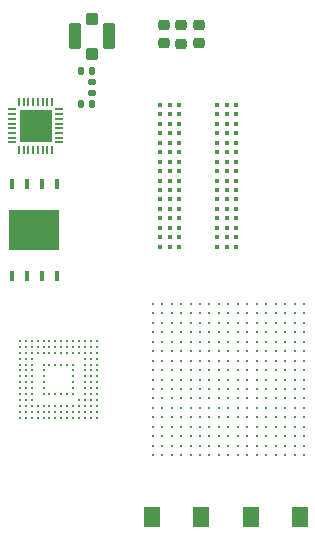
<source format=gbr>
%TF.GenerationSoftware,KiCad,Pcbnew,9.0.3*%
%TF.CreationDate,2025-09-05T02:51:16+03:00*%
%TF.ProjectId,ThingsCore-1,5468696e-6773-4436-9f72-652d312e6b69,rev?*%
%TF.SameCoordinates,Original*%
%TF.FileFunction,Paste,Top*%
%TF.FilePolarity,Positive*%
%FSLAX46Y46*%
G04 Gerber Fmt 4.6, Leading zero omitted, Abs format (unit mm)*
G04 Created by KiCad (PCBNEW 9.0.3) date 2025-09-05 02:51:16*
%MOMM*%
%LPD*%
G01*
G04 APERTURE LIST*
G04 Aperture macros list*
%AMRoundRect*
0 Rectangle with rounded corners*
0 $1 Rounding radius*
0 $2 $3 $4 $5 $6 $7 $8 $9 X,Y pos of 4 corners*
0 Add a 4 corners polygon primitive as box body*
4,1,4,$2,$3,$4,$5,$6,$7,$8,$9,$2,$3,0*
0 Add four circle primitives for the rounded corners*
1,1,$1+$1,$2,$3*
1,1,$1+$1,$4,$5*
1,1,$1+$1,$6,$7*
1,1,$1+$1,$8,$9*
0 Add four rect primitives between the rounded corners*
20,1,$1+$1,$2,$3,$4,$5,0*
20,1,$1+$1,$4,$5,$6,$7,0*
20,1,$1+$1,$6,$7,$8,$9,0*
20,1,$1+$1,$8,$9,$2,$3,0*%
G04 Aperture macros list end*
%ADD10R,1.350000X1.800000*%
%ADD11C,0.240000*%
%ADD12C,0.450000*%
%ADD13C,0.320002*%
%ADD14RoundRect,0.140000X0.140000X0.170000X-0.140000X0.170000X-0.140000X-0.170000X0.140000X-0.170000X0*%
%ADD15RoundRect,0.147500X0.172500X-0.147500X0.172500X0.147500X-0.172500X0.147500X-0.172500X-0.147500X0*%
%ADD16R,0.450000X0.950000*%
%ADD17R,4.350000X3.450000*%
%ADD18RoundRect,0.100000X0.400000X0.400000X-0.400000X0.400000X-0.400000X-0.400000X0.400000X-0.400000X0*%
%ADD19RoundRect,0.105000X0.420000X0.995000X-0.420000X0.995000X-0.420000X-0.995000X0.420000X-0.995000X0*%
%ADD20RoundRect,0.218750X0.256250X-0.218750X0.256250X0.218750X-0.256250X0.218750X-0.256250X-0.218750X0*%
%ADD21R,0.200000X0.750000*%
%ADD22R,0.750000X0.200000*%
%ADD23R,2.800000X2.800000*%
G04 APERTURE END LIST*
D10*
%TO.C,S2*%
X39525000Y-56125000D03*
X35375000Y-56125000D03*
%TD*%
D11*
%TO.C,U10*%
X22350000Y-47675000D03*
X21850000Y-47675000D03*
X21350000Y-47675000D03*
X20850000Y-47675000D03*
X20350000Y-47675000D03*
X19850000Y-47675000D03*
X19350000Y-47675000D03*
X18850000Y-47675000D03*
X18350000Y-47675000D03*
X17850000Y-47675000D03*
X17350000Y-47675000D03*
X16850000Y-47675000D03*
X16350000Y-47675000D03*
X15850000Y-47675000D03*
X22350000Y-47175000D03*
X21850000Y-47175000D03*
X21350000Y-47175000D03*
X20850000Y-47175000D03*
X20350000Y-47175000D03*
X19850000Y-47175000D03*
X19350000Y-47175000D03*
X18850000Y-47175000D03*
X18350000Y-47175000D03*
X17850000Y-47175000D03*
X17350000Y-47175000D03*
X16850000Y-47175000D03*
X16350000Y-47175000D03*
X15850000Y-47175000D03*
X22350000Y-46675000D03*
X21850000Y-46675000D03*
X21350000Y-46675000D03*
X20850000Y-46675000D03*
X20350000Y-46675000D03*
X19850000Y-46675000D03*
X19350000Y-46675000D03*
X18850000Y-46675000D03*
X18350000Y-46675000D03*
X17850000Y-46675000D03*
X17350000Y-46675000D03*
X16850000Y-46675000D03*
X16350000Y-46675000D03*
X15850000Y-46675000D03*
X22350000Y-46175000D03*
X21850000Y-46175000D03*
X21350000Y-46175000D03*
X20850000Y-46175000D03*
X16850000Y-46175000D03*
X16350000Y-46175000D03*
X15850000Y-46175000D03*
X22350000Y-45675000D03*
X21850000Y-45675000D03*
X21350000Y-45675000D03*
X20350000Y-45675000D03*
X19850000Y-45675000D03*
X19350000Y-45675000D03*
X18850000Y-45675000D03*
X18350000Y-45675000D03*
X17850000Y-45675000D03*
X16850000Y-45675000D03*
X16350000Y-45675000D03*
X15850000Y-45675000D03*
X22350000Y-45175000D03*
X21850000Y-45175000D03*
X21350000Y-45175000D03*
X20350000Y-45175000D03*
X17850000Y-45175000D03*
X16850000Y-45175000D03*
X16350000Y-45175000D03*
X15850000Y-45175000D03*
X22350000Y-44675000D03*
X21850000Y-44675000D03*
X21350000Y-44675000D03*
X20350000Y-44675000D03*
X17850000Y-44675000D03*
X16850000Y-44675000D03*
X16350000Y-44675000D03*
X15850000Y-44675000D03*
X22350000Y-44175000D03*
X21850000Y-44175000D03*
X21350000Y-44175000D03*
X20350000Y-44175000D03*
X17850000Y-44175000D03*
X16850000Y-44175000D03*
X16350000Y-44175000D03*
X15850000Y-44175000D03*
X22350000Y-43675000D03*
X21850000Y-43675000D03*
X21350000Y-43675000D03*
X20350000Y-43675000D03*
X17850000Y-43675000D03*
X16850000Y-43675000D03*
X16350000Y-43675000D03*
X15850000Y-43675000D03*
X22350000Y-43175000D03*
X21850000Y-43175000D03*
X21350000Y-43175000D03*
X20350000Y-43175000D03*
X19850000Y-43175000D03*
X19350000Y-43175000D03*
X18850000Y-43175000D03*
X18350000Y-43175000D03*
X17850000Y-43175000D03*
X16850000Y-43175000D03*
X16350000Y-43175000D03*
X15850000Y-43175000D03*
X22350000Y-42675000D03*
X21850000Y-42675000D03*
X21350000Y-42675000D03*
X16850000Y-42675000D03*
X16350000Y-42675000D03*
X15850000Y-42675000D03*
X22350000Y-42175000D03*
X21850000Y-42175000D03*
X21350000Y-42175000D03*
X20850000Y-42175000D03*
X20350000Y-42175000D03*
X19850000Y-42175000D03*
X19350000Y-42175000D03*
X18850000Y-42175000D03*
X18350000Y-42175000D03*
X17850000Y-42175000D03*
X17350000Y-42175000D03*
X16850000Y-42175000D03*
X16350000Y-42175000D03*
X15850000Y-42175000D03*
X22350000Y-41675000D03*
X21850000Y-41675000D03*
X21350000Y-41675000D03*
X20850000Y-41675000D03*
X20350000Y-41675000D03*
X19850000Y-41675000D03*
X19350000Y-41675000D03*
X18850000Y-41675000D03*
X18350000Y-41675000D03*
X17850000Y-41675000D03*
X17350000Y-41675000D03*
X16850000Y-41675000D03*
X16350000Y-41675000D03*
X15850000Y-41675000D03*
X22350000Y-41175000D03*
X21850000Y-41175000D03*
X21350000Y-41175000D03*
X20850000Y-41175000D03*
X20350000Y-41175000D03*
X19850000Y-41175000D03*
X19350000Y-41175000D03*
X18850000Y-41175000D03*
X18350000Y-41175000D03*
X17850000Y-41175000D03*
X17350000Y-41175000D03*
X16850000Y-41175000D03*
X16350000Y-41175000D03*
X15850000Y-41175000D03*
%TD*%
D12*
%TO.C,U2*%
X27750000Y-21200000D03*
X28550000Y-21200000D03*
X29350000Y-21200000D03*
X32550000Y-21200000D03*
X33350000Y-21200000D03*
X34150000Y-21200000D03*
X27750000Y-22000000D03*
X28550000Y-22000000D03*
X29350000Y-22000000D03*
X32550000Y-22000000D03*
X33350000Y-22000000D03*
X34150000Y-22000000D03*
X27750000Y-22800000D03*
X28550000Y-22800000D03*
X29350000Y-22800000D03*
X32550000Y-22800000D03*
X33350000Y-22800000D03*
X34150000Y-22800000D03*
X27750000Y-23600000D03*
X28550000Y-23600000D03*
X29350000Y-23600000D03*
X32550000Y-23600000D03*
X33350000Y-23600000D03*
X34150000Y-23600000D03*
X27750000Y-24400000D03*
X28550000Y-24400000D03*
X29350000Y-24400000D03*
X32550000Y-24400000D03*
X33350000Y-24400000D03*
X34150000Y-24400000D03*
X27750000Y-25200000D03*
X28550000Y-25200000D03*
X29350000Y-25200000D03*
X32550000Y-25200000D03*
X33350000Y-25200000D03*
X34150000Y-25200000D03*
X27750000Y-26000000D03*
X28550000Y-26000000D03*
X29350000Y-26000000D03*
X32550000Y-26000000D03*
X33350000Y-26000000D03*
X34150000Y-26000000D03*
X27750000Y-26800000D03*
X28550000Y-26800000D03*
X29350000Y-26800000D03*
X32550000Y-26800000D03*
X33350000Y-26800000D03*
X34150000Y-26800000D03*
X27750000Y-27600000D03*
X28550000Y-27600000D03*
X29350000Y-27600000D03*
X32550000Y-27600000D03*
X33350000Y-27600000D03*
X34150000Y-27600000D03*
X27750000Y-28400000D03*
X28550000Y-28400000D03*
X29350000Y-28400000D03*
X32550000Y-28400000D03*
X33350000Y-28400000D03*
X34150000Y-28400000D03*
X27750000Y-29200000D03*
X28550000Y-29200000D03*
X29350000Y-29200000D03*
X32550000Y-29200000D03*
X33350000Y-29200000D03*
X34150000Y-29200000D03*
X27750000Y-30000000D03*
X28550000Y-30000000D03*
X29350000Y-30000000D03*
X32550000Y-30000000D03*
X33350000Y-30000000D03*
X34150000Y-30000000D03*
X27750000Y-30800000D03*
X28550000Y-30800000D03*
X29350000Y-30800000D03*
X32550000Y-30800000D03*
X33350000Y-30800000D03*
X34150000Y-30800000D03*
X27750000Y-31600000D03*
X28550000Y-31600000D03*
X29350000Y-31600000D03*
X32550000Y-31600000D03*
X33350000Y-31600000D03*
X34150000Y-31600000D03*
X27750000Y-32400000D03*
X28550000Y-32400000D03*
X29350000Y-32400000D03*
X32550000Y-32400000D03*
X33350000Y-32400000D03*
X34150000Y-32400000D03*
X27750000Y-33200000D03*
X28550000Y-33200000D03*
X29350000Y-33200000D03*
X32550000Y-33200000D03*
X33350000Y-33200000D03*
X34150000Y-33200000D03*
%TD*%
D13*
%TO.C,U7*%
X27100000Y-50850000D03*
X27100000Y-50050000D03*
X27100000Y-49250000D03*
X27100000Y-48450000D03*
X27100000Y-47650000D03*
X27100000Y-46850000D03*
X27100000Y-46050000D03*
X27100000Y-45250000D03*
X27100000Y-44450000D03*
X27100000Y-43650000D03*
X27100000Y-42850000D03*
X27100000Y-42050000D03*
X27100000Y-41250000D03*
X27100000Y-40450000D03*
X27100000Y-39650000D03*
X27100000Y-38850000D03*
X27100000Y-38050000D03*
X27900000Y-50850000D03*
X27900000Y-50050000D03*
X27900000Y-49250000D03*
X27900000Y-48450000D03*
X27900000Y-47650000D03*
X27900000Y-46850000D03*
X27900000Y-46050000D03*
X27900000Y-45250000D03*
X27900000Y-44450000D03*
X27900000Y-43650000D03*
X27900000Y-42850000D03*
X27900000Y-42050000D03*
X27900000Y-41250000D03*
X27900000Y-40450000D03*
X27900000Y-39650000D03*
X27900000Y-38850000D03*
X27900000Y-38050000D03*
X28700000Y-50850000D03*
X28700000Y-50050000D03*
X28700000Y-49250000D03*
X28700000Y-48450000D03*
X28700000Y-47650000D03*
X28700000Y-46850000D03*
X28700000Y-46050000D03*
X28700000Y-45250000D03*
X28700000Y-44450000D03*
X28700000Y-43650000D03*
X28700000Y-42850000D03*
X28700000Y-42050000D03*
X28700000Y-41250000D03*
X28700000Y-40450000D03*
X28700000Y-39650000D03*
X28700000Y-38850000D03*
X28700000Y-38050000D03*
X29500000Y-50850000D03*
X29500000Y-50050000D03*
X29500000Y-49250000D03*
X29500000Y-48450000D03*
X29500000Y-47650000D03*
X29500000Y-46850000D03*
X29500000Y-46050000D03*
X29500000Y-45250000D03*
X29500000Y-44450000D03*
X29500000Y-43650000D03*
X29500000Y-42850000D03*
X29500000Y-42050000D03*
X29500000Y-41250000D03*
X29500000Y-40450000D03*
X29500000Y-39650000D03*
X29500000Y-38850000D03*
X29500000Y-38050000D03*
X30300000Y-50850000D03*
X30300000Y-50050000D03*
X30300000Y-49250000D03*
X30300000Y-48450000D03*
X30300000Y-47650000D03*
X30300000Y-46850000D03*
X30300000Y-46050000D03*
X30300000Y-45250000D03*
X30300000Y-44450000D03*
X30300000Y-43650000D03*
X30300000Y-42850000D03*
X30300000Y-42050000D03*
X30300000Y-41250000D03*
X30300000Y-40450000D03*
X30300000Y-39650000D03*
X30300000Y-38850000D03*
X30300000Y-38050000D03*
X31100000Y-50850000D03*
X31100000Y-50050000D03*
X31100000Y-49250000D03*
X31100000Y-48450000D03*
X31100000Y-47650000D03*
X31100000Y-46850000D03*
X31100000Y-46050000D03*
X31100000Y-45250000D03*
X31100000Y-44450000D03*
X31100000Y-43650000D03*
X31100000Y-42850000D03*
X31100000Y-42050000D03*
X31100000Y-41250000D03*
X31100000Y-40450000D03*
X31100000Y-39650000D03*
X31100000Y-38850000D03*
X31100000Y-38050000D03*
X31900000Y-50850000D03*
X31900000Y-50050000D03*
X31900000Y-49250000D03*
X31900000Y-48450000D03*
X31900000Y-47650000D03*
X31900000Y-46850000D03*
X31900000Y-46050000D03*
X31900000Y-45250000D03*
X31900000Y-44450000D03*
X31900000Y-43650000D03*
X31900000Y-42850000D03*
X31900000Y-42050000D03*
X31900000Y-41250000D03*
X31900000Y-40450000D03*
X31900000Y-39650000D03*
X31900000Y-38850000D03*
X31900000Y-38050000D03*
X32700000Y-50850000D03*
X32700000Y-50050000D03*
X32700000Y-49250000D03*
X32700000Y-48450000D03*
X32700000Y-47650000D03*
X32700000Y-46850000D03*
X32700000Y-46050000D03*
X32700000Y-45250000D03*
X32700000Y-44450000D03*
X32700000Y-43650000D03*
X32700000Y-42850000D03*
X32700000Y-42050000D03*
X32700000Y-41250000D03*
X32700000Y-40450000D03*
X32700000Y-39650000D03*
X32700000Y-38850000D03*
X32700000Y-38050000D03*
X33500000Y-50850000D03*
X33500000Y-50050000D03*
X33500000Y-49250000D03*
X33500000Y-48450000D03*
X33500000Y-47650000D03*
X33500000Y-46850000D03*
X33500000Y-46050000D03*
X33500000Y-45250000D03*
X33500000Y-44450000D03*
X33500000Y-43650000D03*
X33500000Y-42850000D03*
X33500000Y-42050000D03*
X33500000Y-41250000D03*
X33500000Y-40450000D03*
X33500000Y-39650000D03*
X33500000Y-38850000D03*
X33500000Y-38050000D03*
X34300000Y-50850000D03*
X34300000Y-50050000D03*
X34300000Y-49250000D03*
X34300000Y-48450000D03*
X34300000Y-47650000D03*
X34300000Y-46850000D03*
X34300000Y-46050000D03*
X34300000Y-45250000D03*
X34300000Y-44450000D03*
X34300000Y-43650000D03*
X34300000Y-42850000D03*
X34300000Y-42050000D03*
X34300000Y-41250000D03*
X34300000Y-40450000D03*
X34300000Y-39650000D03*
X34300000Y-38850000D03*
X34300000Y-38050000D03*
X35100000Y-50850000D03*
X35100000Y-50050000D03*
X35100000Y-49250000D03*
X35100000Y-48450000D03*
X35100000Y-47650000D03*
X35100000Y-46850000D03*
X35100000Y-46050000D03*
X35100000Y-45250000D03*
X35100000Y-44450000D03*
X35100000Y-43650000D03*
X35100000Y-42850000D03*
X35100000Y-42050000D03*
X35100000Y-41250000D03*
X35100000Y-40450000D03*
X35100000Y-39650000D03*
X35100000Y-38850000D03*
X35100000Y-38050000D03*
X35900000Y-50850000D03*
X35900000Y-50050000D03*
X35900000Y-49250000D03*
X35900000Y-48450000D03*
X35900000Y-47650000D03*
X35900000Y-46850000D03*
X35900000Y-46050000D03*
X35900000Y-45250000D03*
X35900000Y-44450000D03*
X35900000Y-43650000D03*
X35900000Y-42850000D03*
X35900000Y-42050000D03*
X35900000Y-41250000D03*
X35900000Y-40450000D03*
X35900000Y-39650000D03*
X35900000Y-38850000D03*
X35900000Y-38050000D03*
X36700000Y-50850000D03*
X36700000Y-50050000D03*
X36700000Y-49250000D03*
X36700000Y-48450000D03*
X36700000Y-47650000D03*
X36700000Y-46850000D03*
X36700000Y-46050000D03*
X36700000Y-45250000D03*
X36700000Y-44450000D03*
X36700000Y-43650000D03*
X36700000Y-42850000D03*
X36700000Y-42050000D03*
X36700000Y-41250000D03*
X36700000Y-40450000D03*
X36700000Y-39650000D03*
X36700000Y-38850000D03*
X36700000Y-38050000D03*
X37500000Y-50850000D03*
X37500000Y-50050000D03*
X37500000Y-49250000D03*
X37500000Y-48450000D03*
X37500000Y-47650000D03*
X37500000Y-46850000D03*
X37500000Y-46050000D03*
X37500000Y-45250000D03*
X37500000Y-44450000D03*
X37500000Y-43650000D03*
X37500000Y-42850000D03*
X37500000Y-42050000D03*
X37500000Y-41250000D03*
X37500000Y-40450000D03*
X37500000Y-39650000D03*
X37500000Y-38850000D03*
X37500000Y-38050000D03*
X38300000Y-50850000D03*
X38300000Y-50050000D03*
X38300000Y-49250000D03*
X38300000Y-48450000D03*
X38300000Y-47650000D03*
X38300000Y-46850000D03*
X38300000Y-46050000D03*
X38300000Y-45250000D03*
X38300000Y-44450000D03*
X38300000Y-43650000D03*
X38300000Y-42850000D03*
X38300000Y-42050000D03*
X38300000Y-41250000D03*
X38300000Y-40450000D03*
X38300000Y-39650000D03*
X38300000Y-38850000D03*
X38300000Y-38050000D03*
X39100000Y-50850000D03*
X39100000Y-50050000D03*
X39100000Y-49250000D03*
X39100000Y-48450000D03*
X39100000Y-47650000D03*
X39100000Y-46850000D03*
X39100000Y-46050000D03*
X39100000Y-45250000D03*
X39100000Y-44450000D03*
X39100000Y-43650000D03*
X39100000Y-42850000D03*
X39100000Y-42050000D03*
X39100000Y-41250000D03*
X39100000Y-40450000D03*
X39100000Y-39650000D03*
X39100000Y-38850000D03*
X39100000Y-38050000D03*
X39900000Y-50850000D03*
X39900000Y-50050000D03*
X39900000Y-49250000D03*
X39900000Y-48450000D03*
X39900000Y-47650000D03*
X39900000Y-46850000D03*
X39900000Y-46050000D03*
X39900000Y-45250000D03*
X39900000Y-44450000D03*
X39900000Y-43650000D03*
X39900000Y-42850000D03*
X39900000Y-42050000D03*
X39900000Y-41250000D03*
X39900000Y-40450000D03*
X39900000Y-39650000D03*
X39900000Y-38850000D03*
X39900000Y-38050000D03*
%TD*%
D14*
%TO.C,C82*%
X21942100Y-21102900D03*
X20982100Y-21102900D03*
%TD*%
D15*
%TO.C,L4*%
X21937100Y-20187900D03*
X21937100Y-19217900D03*
%TD*%
D10*
%TO.C,S1*%
X27025000Y-56125000D03*
X31175000Y-56125000D03*
%TD*%
D16*
%TO.C,U8*%
X18965000Y-27900000D03*
X17695000Y-27900000D03*
X16425000Y-27900000D03*
X15155000Y-27900000D03*
X15155000Y-35700000D03*
X16425000Y-35700000D03*
X17695000Y-35700000D03*
X18965000Y-35700000D03*
D17*
X17060000Y-31800000D03*
%TD*%
D18*
%TO.C,J1*%
X21950000Y-16900000D03*
D19*
X20475000Y-15400000D03*
D18*
X21950000Y-13900000D03*
D19*
X23425000Y-15400000D03*
%TD*%
D20*
%TO.C,D2*%
X28025000Y-15987500D03*
X28025000Y-14412500D03*
%TD*%
D14*
%TO.C,C81*%
X21942100Y-18302900D03*
X20982100Y-18302900D03*
%TD*%
D20*
%TO.C,D3*%
X29500000Y-16000000D03*
X29500000Y-14425000D03*
%TD*%
%TO.C,D5*%
X31000000Y-15987500D03*
X31000000Y-14412500D03*
%TD*%
D21*
%TO.C,IC1*%
X15775000Y-24975000D03*
X16175000Y-24975000D03*
X16575000Y-24975000D03*
X16975000Y-24975000D03*
X17375000Y-24975000D03*
X17775000Y-24975000D03*
X18175000Y-24975000D03*
X18575000Y-24975000D03*
D22*
X19175000Y-24375000D03*
X19175000Y-23975000D03*
X19175000Y-23575000D03*
X19175000Y-23175000D03*
X19175000Y-22775000D03*
X19175000Y-22375000D03*
X19175000Y-21975000D03*
X19175000Y-21575000D03*
D21*
X18575000Y-20975000D03*
X18175000Y-20975000D03*
X17775000Y-20975000D03*
X17375000Y-20975000D03*
X16975000Y-20975000D03*
X16575000Y-20975000D03*
X16175000Y-20975000D03*
X15775000Y-20975000D03*
D22*
X15175000Y-21575000D03*
X15175000Y-21975000D03*
X15175000Y-22375000D03*
X15175000Y-22775000D03*
X15175000Y-23175000D03*
X15175000Y-23575000D03*
X15175000Y-23975000D03*
X15175000Y-24375000D03*
D23*
X17175000Y-22975000D03*
%TD*%
M02*

</source>
